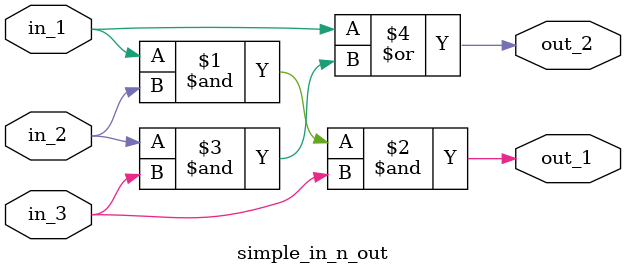
<source format=v>
module simple_in_n_out
				(
					//  Inputs
					in_1,
					in_2,
					in_3,
					//  Outputs
					out_1,
					out_2
				);
	
	// Port definitions
	input	in_1;
	input	in_2;
	input	in_3;
	
	output 	out_1;
	output	out_2;
	
	// ------------- Design implementation --------
	
	assign out_1 = in_1 & in_2 & in_3;
	assign out_2 = in_1 | in_2 & in_3;
	
 
 endmodule
</source>
